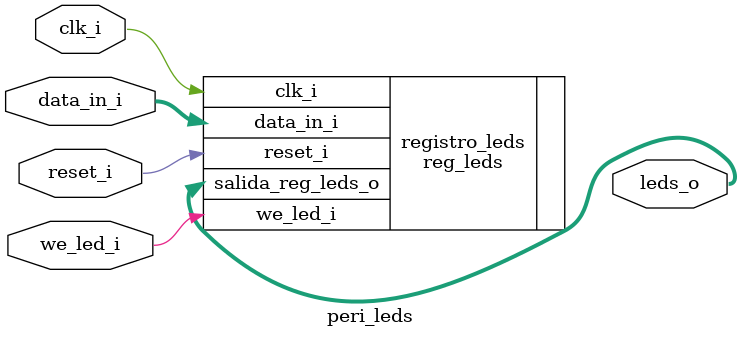
<source format=sv>
`timescale 1ns / 1ps

module peri_leds (
    input   logic              clk_i,             // Señal de clk de la FPGA
    input   logic              reset_i,            // Señal de reset del sistema
    input   logic  [ 15 : 0 ]  data_in_i,            // Señal de reset del sistema
    input   logic              we_led_i,            // Señal de reset del sistema
    output  logic  [ 15 : 0 ]  leds_o);        // Salida del periferico de los leds
    
   
// Instancia del registro en donde se almacenan los valores de los leds
    reg_leds registro_leds (
        .clk_i                 (clk_i),                 
        .reset_i               (reset_i),               
        .data_in_i             (data_in_i),              
        .we_led_i              (we_led_i),                
        .salida_reg_leds_o     (leds_o));     

    
endmodule
</source>
